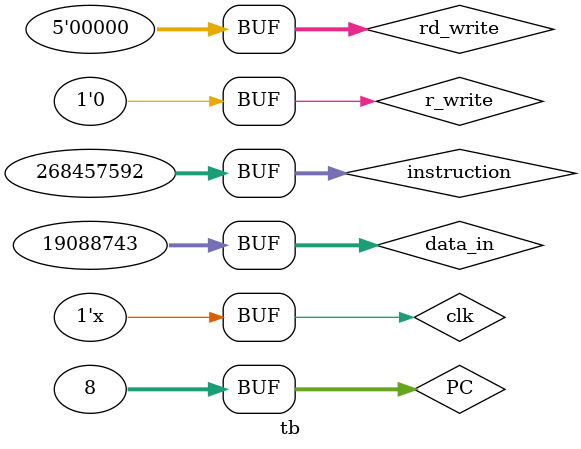
<source format=v>
`timescale 1ns / 1ps


module tb;

	// Inputs
	reg clk;
	reg r_write;
	reg [4:0] rd_write;
	reg [31:0] instruction;
	reg [31:0] PC;
	reg [31:0] data_in;

	// Outputs
	wire [31:0] pc_out;
	wire [31:0] dataA_out;
	wire [31:0] dataB_out;
	wire [31:0] sign_extend_out;
	wire [4:0] rd_out;

	// Instantiate the Unit Under Test (UUT)
	decode_stage uut (
		.clk(clk), 
		.r_write(r_write), 
		.rd_write(rd_write), 
		.instruction(instruction), 
		.PC(PC), 
		.data_in(data_in), 
		.pc_out(pc_out), 
		.dataA_out(dataA_out), 
		.dataB_out(dataB_out), 
		.sign_extend_out(sign_extend_out), 
		.rd_out(rd_out)
	);

	initial begin
		// Initialize Inputs
		clk = 0;
		r_write = 0;
		rd_write = 0;
		instruction = 32'h10005678;
		PC = 8;
		data_in = 32'h01234567;

		#30 r_write = 1;
		#10 r_write = 0;
		#30 instruction = 32'h10215678;
		#20 instruction = 32'h10005678;

	end
	always #10 clk = ~clk;
      
endmodule


</source>
